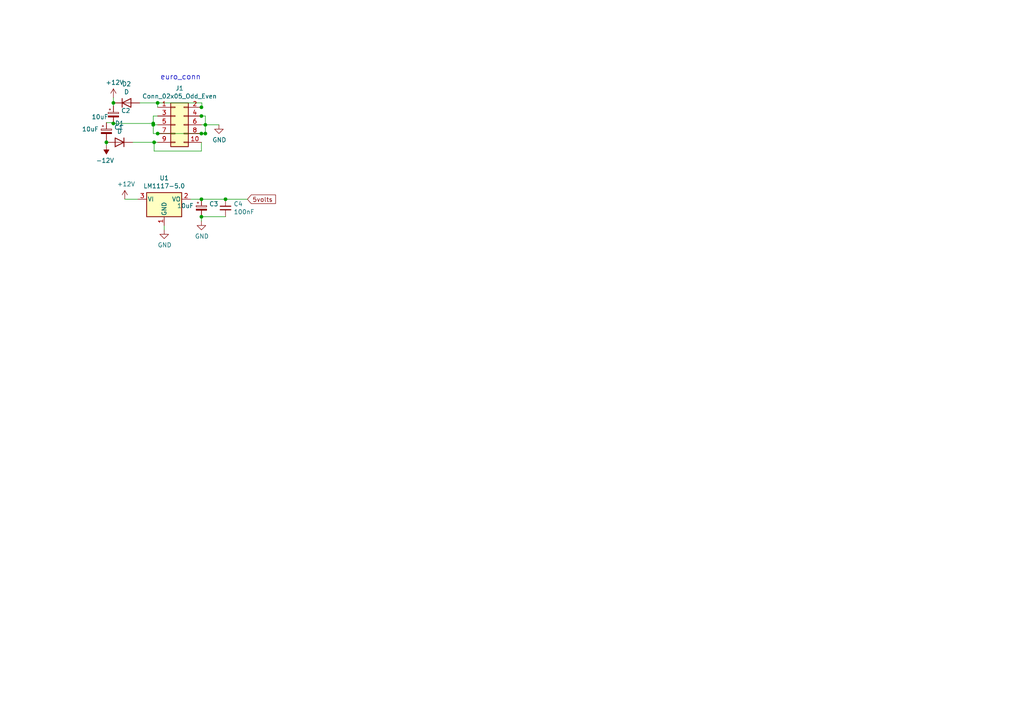
<source format=kicad_sch>
(kicad_sch (version 20211123) (generator eeschema)
  (paper "A4")
  (lib_symbols
    (symbol "Connector_Generic:Conn_02x05_Odd_Even" (pin_names (offset 1.016) hide)
      (property "Reference" "J" (at 1.27 7.62 0))
      (property "Value" "Conn_02x05_Odd_Even" (at 1.27 -7.62 0))
      (symbol "Conn_02x05_Odd_Even_1_1"
        (rectangle (start -1.27 -4.953) (end 0 -5.207) (stroke (width 0.1524)))
        (rectangle (start -1.27 -2.413) (end 0 -2.667) (stroke (width 0.1524)))
        (rectangle (start -1.27 0.127) (end 0 -0.127) (stroke (width 0.1524)))
        (rectangle (start -1.27 2.667) (end 0 2.413) (stroke (width 0.1524)))
        (rectangle (start -1.27 5.207) (end 0 4.953) (stroke (width 0.1524)))
        (rectangle (start -1.27 6.35) (end 3.81 -6.35) (stroke (width 0.254)) (fill (type background)))
        (rectangle (start 3.81 -4.953) (end 2.54 -5.207) (stroke (width 0.1524)))
        (rectangle (start 3.81 -2.413) (end 2.54 -2.667) (stroke (width 0.1524)))
        (rectangle (start 3.81 0.127) (end 2.54 -0.127) (stroke (width 0.1524)))
        (rectangle (start 3.81 2.667) (end 2.54 2.413) (stroke (width 0.1524)))
        (rectangle (start 3.81 5.207) (end 2.54 4.953) (stroke (width 0.1524)))
        (pin passive line (at -5.08 5.08 0) (length 3.81) (name "Pin_1") (number "1"))
        (pin passive line (at 7.62 -5.08 180) (length 3.81) (name "Pin_10") (number "10"))
        (pin passive line (at 7.62 5.08 180) (length 3.81) (name "Pin_2") (number "2"))
        (pin passive line (at -5.08 2.54 0) (length 3.81) (name "Pin_3") (number "3"))
        (pin passive line (at 7.62 2.54 180) (length 3.81) (name "Pin_4") (number "4"))
        (pin passive line (at -5.08 0 0) (length 3.81) (name "Pin_5") (number "5"))
        (pin passive line (at 7.62 0 180) (length 3.81) (name "Pin_6") (number "6"))
        (pin passive line (at -5.08 -2.54 0) (length 3.81) (name "Pin_7") (number "7"))
        (pin passive line (at 7.62 -2.54 180) (length 3.81) (name "Pin_8") (number "8"))
        (pin passive line (at -5.08 -5.08 0) (length 3.81) (name "Pin_9") (number "9"))
      )
    )
    (symbol "Device:C_Polarized_Small" (pin_numbers hide) (pin_names (offset 0.254) hide)
      (property "Reference" "C" (at 0.254 1.778 0))
      (property "Value" "C_Polarized_Small" (at 0.254 -2.032 0))
      (symbol "C_Polarized_Small_0_1"
        (rectangle (start -1.524 -0.3048) (end 1.524 -0.6858) (fill (type outline)))
        (rectangle (start -1.524 0.6858) (end 1.524 0.3048))
        (polyline (pts (xy -1.27 1.524) (xy -0.762 1.524)))
        (polyline (pts (xy -1.016 1.27) (xy -1.016 1.778)))
      )
      (symbol "C_Polarized_Small_1_1"
        (pin passive line (at 0 2.54 270) (length 1.8542) (name "~") (number "1"))
        (pin passive line (at 0 -2.54 90) (length 1.8542) (name "~") (number "2"))
      )
    )
    (symbol "Device:C_Small" (pin_numbers hide) (pin_names (offset 0.254) hide)
      (property "Reference" "C" (at 0.254 1.778 0))
      (property "Value" "C_Small" (at 0.254 -2.032 0))
      (symbol "C_Small_0_1"
        (polyline (pts (xy -1.524 -0.508) (xy 1.524 -0.508)) (stroke (width 0.3302)))
        (polyline (pts (xy -1.524 0.508) (xy 1.524 0.508)) (stroke (width 0.3048)))
      )
      (symbol "C_Small_1_1"
        (pin passive line (at 0 2.54 270) (length 2.032) (name "~") (number "1"))
        (pin passive line (at 0 -2.54 90) (length 2.032) (name "~") (number "2"))
      )
    )
    (symbol "Device:D" (pin_numbers hide) (pin_names (offset 1.016) hide)
      (property "Reference" "D" (at 0 2.54 0))
      (property "Value" "D" (at 0 -2.54 0))
      (symbol "D_0_1"
        (polyline (pts (xy -1.27 1.27) (xy -1.27 -1.27)) (stroke (width 0.254)))
        (polyline (pts (xy 1.27 0) (xy -1.27 0)))
        (polyline (pts (xy 1.27 1.27) (xy 1.27 -1.27) (xy -1.27 0) (xy 1.27 1.27)) (stroke (width 0.254)))
      )
      (symbol "D_1_1"
        (pin passive line (at -3.81 0 0) (length 2.54) (name "K") (number "1"))
        (pin passive line (at 3.81 0 180) (length 2.54) (name "A") (number "2"))
      )
    )
    (symbol "Regulator_Linear:LM1117-5.0" (pin_names (offset 0.254))
      (property "Reference" "U" (at -3.81 3.175 0))
      (property "Value" "LM1117-5.0" (at 0 3.175 0))
      (symbol "LM1117-5.0_0_1"
        (rectangle (start -5.08 -5.08) (end 5.08 1.905) (stroke (width 0.254)) (fill (type background)))
      )
      (symbol "LM1117-5.0_1_1"
        (pin power_in line (at 0 -7.62 90) (length 2.54) (name "GND") (number "1"))
        (pin power_out line (at 7.62 0 180) (length 2.54) (name "VO") (number "2"))
        (pin power_in line (at -7.62 0 0) (length 2.54) (name "VI") (number "3"))
      )
    )
    (symbol "power:+12V" (power) (pin_names (offset 0))
      (property "Value" "+12V" (at 0 3.556 0))
      (symbol "+12V_0_1"
        (polyline (pts (xy -0.762 1.27) (xy 0 2.54)))
        (polyline (pts (xy 0 0) (xy 0 2.54)))
        (polyline (pts (xy 0 2.54) (xy 0.762 1.27)))
      )
      (symbol "+12V_1_1"
        (pin power_in line (at 0 0 90) (length 0) hide (name "+12V") (number "1"))
      )
    )
    (symbol "power:-12V" (power) (pin_names (offset 0))
      (property "Value" "-12V" (at 0 3.81 0))
      (symbol "-12V_0_0"
        (pin power_in line (at 0 0 90) (length 0) hide (name "-12V") (number "1"))
      )
      (symbol "-12V_0_1"
        (polyline (pts (xy 0 0) (xy 0 1.27) (xy 0.762 1.27) (xy 0 2.54) (xy -0.762 1.27) (xy 0 1.27)) (fill (type outline)))
      )
    )
    (symbol "power:GND" (power) (pin_names (offset 0))
      (property "Value" "GND" (at 0 -3.81 0))
      (symbol "GND_0_1"
        (polyline (pts (xy 0 0) (xy 0 -1.27) (xy 1.27 -1.27) (xy 0 -2.54) (xy -1.27 -1.27) (xy 0 -1.27)))
      )
      (symbol "GND_1_1"
        (pin power_in line (at 0 0 270) (length 0) hide (name "GND") (number "1"))
      )
    )
  )
  (junction (at 45.72 38.735))
  (junction (at 65.405 57.785))
  (junction (at 58.42 31.115))
  (junction (at 44.45 35.814))
  (junction (at 44.45 36.195))
  (junction (at 58.42 62.865))
  (junction (at 30.861 41.275))
  (junction (at 45.72 29.845))
  (junction (at 44.704 41.275))
  (junction (at 58.42 57.785))
  (junction (at 58.42 33.655))
  (junction (at 32.893 35.814))
  (junction (at 59.563 36.195))
  (junction (at 32.893 29.845))
  (junction (at 59.563 38.735))
  (junction (at 58.42 38.735))
  (wire (pts (xy 58.547 29.845) (xy 58.547 31.115)))
  (wire (pts (xy 45.72 33.655) (xy 44.45 33.655)))
  (wire (pts (xy 44.45 33.655) (xy 44.45 35.814)))
  (wire (pts (xy 59.563 33.655) (xy 59.563 36.195)))
  (wire (pts (xy 44.704 41.275) (xy 45.72 41.275)))
  (wire (pts (xy 59.563 38.735) (xy 59.563 36.195)))
  (wire (pts (xy 30.861 41.275) (xy 30.861 42.164)))
  (wire (pts (xy 45.72 29.845) (xy 45.72 31.115)))
  (wire (pts (xy 44.45 38.735) (xy 44.45 36.195)))
  (wire (pts (xy 44.704 43.815) (xy 44.704 41.275)))
  (wire (pts (xy 58.42 33.655) (xy 59.563 33.655)))
  (wire (pts (xy 44.45 38.735) (xy 45.72 38.735)))
  (wire (pts (xy 58.42 38.735) (xy 59.563 38.735)))
  (wire (pts (xy 58.42 57.785) (xy 65.405 57.785)))
  (wire (pts (xy 44.45 35.814) (xy 44.45 36.195)))
  (wire (pts (xy 30.861 40.64) (xy 30.861 41.275)))
  (wire (pts (xy 59.563 36.195) (xy 63.5 36.195)))
  (wire (pts (xy 58.42 62.865) (xy 58.42 64.135)))
  (wire (pts (xy 30.861 35.56) (xy 32.385 35.56)))
  (wire (pts (xy 32.893 28.321) (xy 32.893 29.845)))
  (wire (pts (xy 55.245 57.785) (xy 58.42 57.785)))
  (wire (pts (xy 58.547 31.115) (xy 58.42 31.115)))
  (wire (pts (xy 32.893 29.845) (xy 32.893 30.734)))
  (wire (pts (xy 59.563 38.735) (xy 59.5884 38.735)))
  (wire (pts (xy 47.625 65.405) (xy 47.625 66.675)))
  (wire (pts (xy 45.72 38.735) (xy 58.42 38.735)))
  (wire (pts (xy 58.42 41.275) (xy 58.42 43.815)))
  (wire (pts (xy 58.42 43.815) (xy 44.704 43.815)))
  (wire (pts (xy 32.385 35.814) (xy 32.893 35.814)))
  (wire (pts (xy 40.513 29.845) (xy 45.72 29.845)))
  (wire (pts (xy 32.385 35.56) (xy 32.385 35.814)))
  (wire (pts (xy 65.405 57.785) (xy 71.755 57.785)))
  (wire (pts (xy 38.481 41.275) (xy 44.704 41.275)))
  (wire (pts (xy 32.893 35.814) (xy 44.45 35.814)))
  (wire (pts (xy 65.405 62.865) (xy 58.42 62.865)))
  (wire (pts (xy 58.293 33.655) (xy 58.42 33.655)))
  (wire (pts (xy 45.72 29.845) (xy 58.547 29.845)))
  (wire (pts (xy 44.45 36.195) (xy 45.72 36.195)))
  (wire (pts (xy 58.42 36.195) (xy 59.563 36.195)))
  (wire (pts (xy 36.195 57.785) (xy 40.005 57.785)))
  (text "euro_conn" (at 46.482 23.368 0) (effects (font (size 1.524 1.524)) (justify left bottom)))
  (global_label "5volts" (shape input) (at 71.755 57.785 0) (property "Intersheet References" "${INTERSHEET_REFS}" (effects hide)))
  (symbol (lib_id "power:-12V") (at 30.861 42.164 180) (unit 1)
    (property "Reference" "#PWR01" (effects hide))
    (property "Value" "-12V" (at 30.48 46.5582 0))
  )
  (symbol (lib_id "Device:D") (at 36.703 29.845 0) (unit 1)
    (property "Reference" "D2" (at 36.703 24.3586 0))
    (property "Value" "D" (at 36.703 26.67 0))
    (property "Footprint" "Diodes_SMD:D_SOD-123" (effects hide))
  )
  (symbol (lib_id "Device:D") (at 34.671 41.275 180) (unit 1)
    (property "Reference" "D1" (at 34.671 35.7886 0))
    (property "Value" "D" (at 34.671 38.1 0))
    (property "Footprint" "Diodes_SMD:D_SOD-123" (effects hide))
  )
  (symbol (lib_id "Connector_Generic:Conn_02x05_Odd_Even") (at 50.8 36.195 0) (unit 1)
    (property "Reference" "J1" (at 52.07 25.6032 0))
    (property "Value" "Conn_02x05_Odd_Even" (at 52.07 27.9146 0))
    (property "Footprint" "Pin_Headers:Pin_Header_Straight_2x05_Pitch2.54mm" (effects hide))
  )
  (symbol (lib_id "power:GND") (at 63.5 36.195 0) (unit 1)
    (property "Reference" "#PWR06" (effects hide))
    (property "Value" "GND" (at 63.627 40.5892 0))
  )
  (symbol (lib_id "power:+12V") (at 32.893 28.321 0) (unit 1)
    (property "Reference" "#PWR02" (effects hide))
    (property "Value" "+12V" (at 33.274 23.9268 0))
  )
  (symbol (lib_id "Device:C_Polarized_Small") (at 32.893 33.274 0) (unit 1)
    (property "Reference" "C2" (at 35.1282 32.1056 0) (effects (justify left)))
    (property "Value" "10uF" (at 26.543 33.909 0) (effects (justify left)))
    (property "Footprint" "SMD_Packages:SMD-1206_Pol" (effects hide))
  )
  (symbol (lib_id "Device:C_Polarized_Small") (at 30.861 38.1 0) (unit 1)
    (property "Reference" "C1" (at 33.0962 36.9316 0) (effects (justify left)))
    (property "Value" "10uF" (at 23.749 37.465 0) (effects (justify left)))
    (property "Footprint" "SMD_Packages:SMD-1206_Pol" (effects hide))
  )
  (symbol (lib_id "Regulator_Linear:LM1117-5.0") (at 47.625 57.785 0) (unit 1)
    (property "Reference" "U1" (at 47.625 51.6382 0))
    (property "Value" "LM1117-5.0" (at 47.625 53.9496 0))
    (property "Footprint" "TO_SOT_Packages_SMD:TO-252-2" (effects hide))
    (property "Datasheet" "http://www.ti.com/lit/ds/symlink/lm1117.pdf" (effects hide))
  )
  (symbol (lib_id "power:GND") (at 47.625 66.675 0) (unit 1)
    (property "Reference" "#PWR04" (effects hide))
    (property "Value" "GND" (at 47.752 71.0692 0))
  )
  (symbol (lib_id "power:GND") (at 58.42 64.135 0) (unit 1)
    (property "Reference" "#PWR05" (effects hide))
    (property "Value" "GND" (at 58.547 68.5292 0))
  )
  (symbol (lib_id "Device:C_Polarized_Small") (at 58.42 60.325 0) (unit 1)
    (property "Reference" "C3" (at 60.6552 59.1566 0) (effects (justify left)))
    (property "Value" "10uF" (at 51.308 59.69 0) (effects (justify left)))
    (property "Footprint" "SMD_Packages:SMD-1206_Pol" (effects hide))
  )
  (symbol (lib_id "Device:C_Small") (at 65.405 60.325 0) (unit 1)
    (property "Reference" "C4" (at 67.7418 59.1566 0) (effects (justify left)))
    (property "Value" "100nF" (at 67.7418 61.468 0) (effects (justify left)))
    (property "Footprint" "Capacitors_SMD:C_0805" (effects hide))
  )
  (symbol (lib_id "power:+12V") (at 36.195 57.785 0) (unit 1)
    (property "Reference" "#PWR03" (effects hide))
    (property "Value" "+12V" (at 36.576 53.3908 0))
  )
)
</source>
